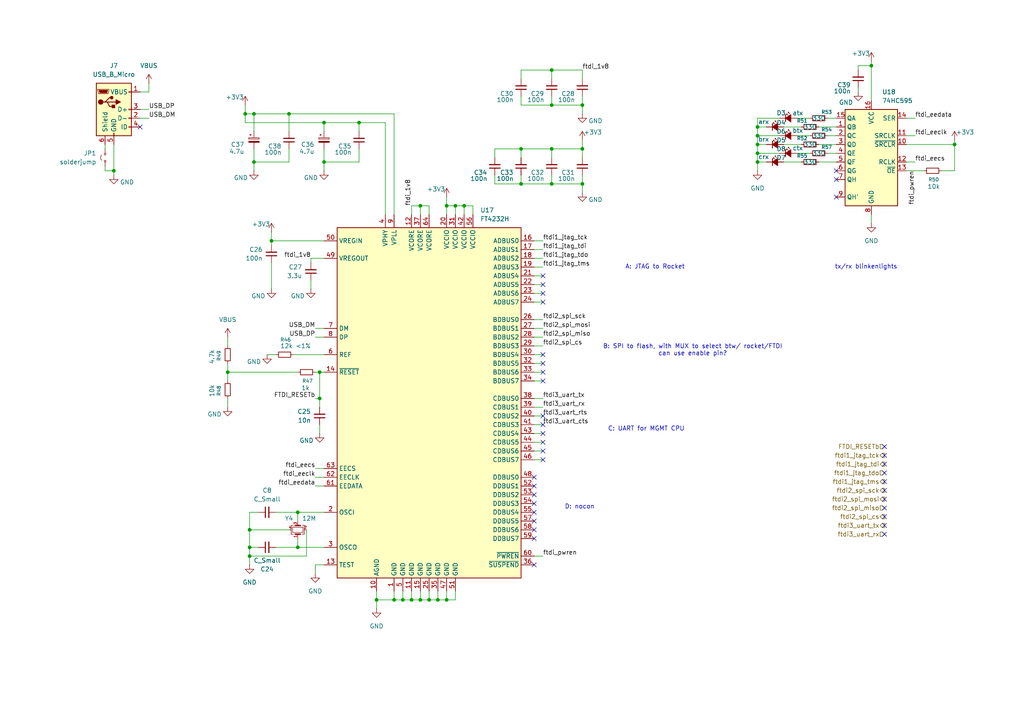
<source format=kicad_sch>
(kicad_sch (version 20250114) (generator "eeschema") (generator_version "9.0")
  (paper "A4")
  (lib_symbols
    (symbol "74xx:74HC595"
      (property "Reference" "U" (at -7.62 13.97 0))
      (property "Value" "74HC595" (at -7.62 -16.51 0))
      (symbol "74HC595_1_0"
        (pin input line (at -10.16 10.16 0) (length 2.54) (name "SER") (number "14"))
        (pin input line (at -10.16 5.08 0) (length 2.54) (name "SRCLK") (number "11"))
        (pin input line (at -10.16 2.54 0) (length 2.54) (name "~{SRCLR}") (number "10"))
        (pin input line (at -10.16 -2.54 0) (length 2.54) (name "RCLK") (number "12"))
        (pin input line (at -10.16 -5.08 0) (length 2.54) (name "~{OE}") (number "13"))
        (pin power_in line (at 0 15.24 270) (length 2.54) (name "VCC") (number "16"))
        (pin power_in line (at 0 -17.78 90) (length 2.54) (name "GND") (number "8"))
        (pin tri_state line (at 10.16 10.16 180) (length 2.54) (name "QA") (number "15"))
        (pin tri_state line (at 10.16 7.62 180) (length 2.54) (name "QB") (number "1"))
        (pin tri_state line (at 10.16 5.08 180) (length 2.54) (name "QC") (number "2"))
        (pin tri_state line (at 10.16 2.54 180) (length 2.54) (name "QD") (number "3"))
        (pin tri_state line (at 10.16 0 180) (length 2.54) (name "QE") (number "4"))
        (pin tri_state line (at 10.16 -2.54 180) (length 2.54) (name "QF") (number "5"))
        (pin tri_state line (at 10.16 -5.08 180) (length 2.54) (name "QG") (number "6"))
        (pin tri_state line (at 10.16 -7.62 180) (length 2.54) (name "QH") (number "7"))
        (pin output line (at 10.16 -12.7 180) (length 2.54) (name "QH'") (number "9"))
      )
      (symbol "74HC595_1_1"
        (rectangle (start -7.62 12.7) (end 7.62 -15.24) (stroke (width 0.254)) (fill (type background)))
      )
    )
    (symbol "Connector:USB_B_Micro" (pin_names (offset 1.016))
      (property "Reference" "J" (at -5.08 11.43 0))
      (property "Value" "USB_B_Micro" (at -5.08 8.89 0))
      (symbol "USB_B_Micro_0_1"
        (rectangle (start -5.08 -7.62) (end 5.08 7.62) (stroke (width 0.254)) (fill (type background)))
        (polyline (pts (xy -4.699 5.842) (xy -4.699 5.588) (xy -4.445 4.826) (xy -4.445 4.572) (xy -1.651 4.572) (xy -1.651 4.826) (xy -1.397 5.588) (xy -1.397 5.842) (xy -4.699 5.842)))
        (polyline (pts (xy -4.318 5.588) (xy -1.778 5.588) (xy -2.032 4.826) (xy -4.064 4.826) (xy -4.318 5.588)) (fill (type outline)))
        (circle (center -3.81 2.159) (radius 0.635) (stroke (width 0.254)) (fill (type outline)))
        (polyline (pts (xy -3.175 2.159) (xy -2.54 2.159) (xy -1.27 3.429) (xy -0.635 3.429)) (stroke (width 0.254)))
        (polyline (pts (xy -2.54 2.159) (xy -1.905 2.159) (xy -1.27 0.889) (xy 0 0.889)) (stroke (width 0.254)))
        (polyline (pts (xy -1.905 2.159) (xy 0.635 2.159)) (stroke (width 0.254)))
        (circle (center -0.635 3.429) (radius 0.381) (stroke (width 0.254)) (fill (type outline)))
        (rectangle (start -0.127 -7.62) (end 0.127 -6.858))
        (rectangle (start 0.254 1.27) (end -0.508 0.508) (stroke (width 0.254)) (fill (type outline)))
        (polyline (pts (xy 0.635 2.794) (xy 0.635 1.524) (xy 1.905 2.159) (xy 0.635 2.794)) (stroke (width 0.254)) (fill (type outline)))
        (rectangle (start 5.08 4.953) (end 4.318 5.207))
        (rectangle (start 5.08 -0.127) (end 4.318 0.127))
        (rectangle (start 5.08 -2.667) (end 4.318 -2.413))
        (rectangle (start 5.08 -5.207) (end 4.318 -4.953))
      )
      (symbol "USB_B_Micro_1_1"
        (pin passive line (at -2.54 -10.16 90) (length 2.54) (name "Shield") (number "6"))
        (pin power_out line (at 0 -10.16 90) (length 2.54) (name "GND") (number "5"))
        (pin power_out line (at 7.62 5.08 180) (length 2.54) (name "VBUS") (number "1"))
        (pin bidirectional line (at 7.62 0 180) (length 2.54) (name "D+") (number "3"))
        (pin bidirectional line (at 7.62 -2.54 180) (length 2.54) (name "D-") (number "2"))
        (pin passive line (at 7.62 -5.08 180) (length 2.54) (name "ID") (number "4"))
      )
    )
    (symbol "Device:C_Polarized_Small" (pin_numbers (hide yes)) (pin_names (offset 0.254) (hide yes))
      (property "Reference" "C" (at 0.254 1.778 0))
      (property "Value" "C_Polarized_Small" (at 0.254 -2.032 0))
      (symbol "C_Polarized_Small_0_1"
        (rectangle (start -1.524 0.6858) (end 1.524 0.3048))
        (rectangle (start -1.524 -0.3048) (end 1.524 -0.6858) (fill (type outline)))
        (polyline (pts (xy -1.27 1.524) (xy -0.762 1.524)))
        (polyline (pts (xy -1.016 1.27) (xy -1.016 1.778)))
      )
      (symbol "C_Polarized_Small_1_1"
        (pin passive line (at 0 2.54 270) (length 1.8542) (name "~") (number "1"))
        (pin passive line (at 0 -2.54 90) (length 1.8542) (name "~") (number "2"))
      )
    )
    (symbol "Device:C_Small" (pin_numbers (hide yes)) (pin_names (offset 0.254) (hide yes))
      (property "Reference" "C" (at 0.254 1.778 0))
      (property "Value" "C_Small" (at 0.254 -2.032 0))
      (symbol "C_Small_0_1"
        (polyline (pts (xy -1.524 0.508) (xy 1.524 0.508)) (stroke (width 0.3048)))
        (polyline (pts (xy -1.524 -0.508) (xy 1.524 -0.508)) (stroke (width 0.3302)))
      )
      (symbol "C_Small_1_1"
        (pin passive line (at 0 2.54 270) (length 2.032) (name "~") (number "1"))
        (pin passive line (at 0 -2.54 90) (length 2.032) (name "~") (number "2"))
      )
    )
    (symbol "Device:Crystal_GND24_Small" (pin_names (offset 1.016) (hide yes))
      (property "Reference" "Y" (at 1.27 4.445 0))
      (property "Value" "Crystal_GND24_Small" (at 1.27 2.54 0))
      (symbol "Crystal_GND24_Small_0_1"
        (polyline (pts (xy -1.27 1.27) (xy -1.27 1.905) (xy 1.27 1.905) (xy 1.27 1.27)))
        (polyline (pts (xy -1.27 -0.762) (xy -1.27 0.762)) (stroke (width 0.381)))
        (polyline (pts (xy -1.27 -1.27) (xy -1.27 -1.905) (xy 1.27 -1.905) (xy 1.27 -1.27)))
        (rectangle (start -0.762 -1.524) (end 0.762 1.524))
        (polyline (pts (xy 1.27 -0.762) (xy 1.27 0.762)) (stroke (width 0.381)))
      )
      (symbol "Crystal_GND24_Small_1_1"
        (pin passive line (at -2.54 0 0) (length 1.27) (name "1") (number "1"))
        (pin passive line (at 0 2.54 270) (length 0.635) (name "4") (number "4"))
        (pin passive line (at 0 -2.54 90) (length 0.635) (name "2") (number "2"))
        (pin passive line (at 2.54 0 180) (length 1.27) (name "3") (number "3"))
      )
    )
    (symbol "Device:LED_Small_Filled" (pin_numbers (hide yes)) (pin_names (offset 0.254) (hide yes))
      (property "Reference" "D" (at -1.27 3.175 0))
      (property "Value" "LED_Small_Filled" (at -4.445 -2.54 0))
      (symbol "LED_Small_Filled_0_1"
        (polyline (pts (xy -0.762 -1.016) (xy -0.762 1.016)) (stroke (width 0.254)))
        (polyline (pts (xy 0 0.762) (xy -0.508 1.27) (xy -0.254 1.27) (xy -0.508 1.27) (xy -0.508 1.016)))
        (polyline (pts (xy 0.508 1.27) (xy 0 1.778) (xy 0.254 1.778) (xy 0 1.778) (xy 0 1.524)))
        (polyline (pts (xy 0.762 -1.016) (xy -0.762 0) (xy 0.762 1.016) (xy 0.762 -1.016)) (stroke (width 0.254)) (fill (type outline)))
        (polyline (pts (xy 1.016 0) (xy -0.762 0)))
      )
      (symbol "LED_Small_Filled_1_1"
        (pin passive line (at -2.54 0 0) (length 1.778) (name "K") (number "1"))
        (pin passive line (at 2.54 0 180) (length 1.778) (name "A") (number "2"))
      )
    )
    (symbol "Device:R_Small" (pin_numbers (hide yes)) (pin_names (offset 0.254) (hide yes))
      (property "Reference" "R" (at 0 0 90))
      (property "Value" "R_Small" (at 1.778 0 90))
      (symbol "R_Small_0_1"
        (rectangle (start -0.762 1.778) (end 0.762 -1.778) (stroke (width 0.2032)))
      )
      (symbol "R_Small_1_1"
        (pin passive line (at 0 2.54 270) (length 0.762) (name "~") (number "1"))
        (pin passive line (at 0 -2.54 90) (length 0.762) (name "~") (number "2"))
      )
    )
    (symbol "Interface_USB:FT4232H"
      (property "Reference" "U" (at -26.67 53.34 0))
      (property "Value" "FT4232H" (at 19.05 53.34 0))
      (symbol "FT4232H_0_1"
        (rectangle (start -26.67 -49.53) (end 26.67 52.07) (stroke (width 0.254)) (fill (type background)))
      )
      (symbol "FT4232H_1_1"
        (pin power_in line (at -30.48 48.26 0) (length 3.81) (name "VREGIN") (number "50"))
        (pin power_out line (at -30.48 43.18 0) (length 3.81) (name "VREGOUT") (number "49"))
        (pin bidirectional line (at -30.48 22.86 0) (length 3.81) (name "DM") (number "7"))
        (pin bidirectional line (at -30.48 20.32 0) (length 3.81) (name "DP") (number "8"))
        (pin input line (at -30.48 15.24 0) (length 3.81) (name "REF") (number "6"))
        (pin input line (at -30.48 10.16 0) (length 3.81) (name "~{RESET}") (number "14"))
        (pin output line (at -30.48 -17.78 0) (length 3.81) (name "EECS") (number "63"))
        (pin output line (at -30.48 -20.32 0) (length 3.81) (name "EECLK") (number "62"))
        (pin bidirectional line (at -30.48 -22.86 0) (length 3.81) (name "EEDATA") (number "61"))
        (pin input line (at -30.48 -30.48 0) (length 3.81) (name "OSCI") (number "2"))
        (pin output line (at -30.48 -40.64 0) (length 3.81) (name "OSCO") (number "3"))
        (pin input line (at -30.48 -45.72 0) (length 3.81) (name "TEST") (number "13"))
        (pin power_in line (at -15.24 -53.34 90) (length 3.81) (name "AGND") (number "10"))
        (pin power_in line (at -12.7 55.88 270) (length 3.81) (name "VPHY") (number "4"))
        (pin power_in line (at -10.16 55.88 270) (length 3.81) (name "VPLL") (number "9"))
        (pin power_in line (at -10.16 -53.34 90) (length 3.81) (name "GND") (number "1"))
        (pin power_in line (at -7.62 -53.34 90) (length 3.81) (name "GND") (number "5"))
        (pin power_in line (at -5.08 55.88 270) (length 3.81) (name "VCORE") (number "12"))
        (pin power_in line (at -5.08 -53.34 90) (length 3.81) (name "GND") (number "11"))
        (pin power_in line (at -2.54 55.88 270) (length 3.81) (name "VCORE") (number "37"))
        (pin power_in line (at -2.54 -53.34 90) (length 3.81) (name "GND") (number "15"))
        (pin power_in line (at 0 55.88 270) (length 3.81) (name "VCORE") (number "64"))
        (pin power_in line (at 0 -53.34 90) (length 3.81) (name "GND") (number "25"))
        (pin power_in line (at 2.54 -53.34 90) (length 3.81) (name "GND") (number "35"))
        (pin power_in line (at 5.08 55.88 270) (length 3.81) (name "VCCIO") (number "20"))
        (pin power_in line (at 5.08 -53.34 90) (length 3.81) (name "GND") (number "47"))
        (pin power_in line (at 7.62 55.88 270) (length 3.81) (name "VCCIO") (number "31"))
        (pin power_in line (at 7.62 -53.34 90) (length 3.81) (name "GND") (number "51"))
        (pin power_in line (at 10.16 55.88 270) (length 3.81) (name "VCCIO") (number "42"))
        (pin power_in line (at 12.7 55.88 270) (length 3.81) (name "VCCIO") (number "56"))
        (pin bidirectional line (at 30.48 48.26 180) (length 3.81) (name "ADBUS0") (number "16"))
        (pin bidirectional line (at 30.48 45.72 180) (length 3.81) (name "ADBUS1") (number "17"))
        (pin bidirectional line (at 30.48 43.18 180) (length 3.81) (name "ADBUS2") (number "18"))
        (pin bidirectional line (at 30.48 40.64 180) (length 3.81) (name "ADBUS3") (number "19"))
        (pin bidirectional line (at 30.48 38.1 180) (length 3.81) (name "ADBUS4") (number "21"))
        (pin bidirectional line (at 30.48 35.56 180) (length 3.81) (name "ADBUS5") (number "22"))
        (pin bidirectional line (at 30.48 33.02 180) (length 3.81) (name "ADBUS6") (number "23"))
        (pin bidirectional line (at 30.48 30.48 180) (length 3.81) (name "ADBUS7") (number "24"))
        (pin bidirectional line (at 30.48 25.4 180) (length 3.81) (name "BDBUS0") (number "26"))
        (pin bidirectional line (at 30.48 22.86 180) (length 3.81) (name "BDBUS1") (number "27"))
        (pin bidirectional line (at 30.48 20.32 180) (length 3.81) (name "BDBUS2") (number "28"))
        (pin bidirectional line (at 30.48 17.78 180) (length 3.81) (name "BDBUS3") (number "29"))
        (pin bidirectional line (at 30.48 15.24 180) (length 3.81) (name "BDBUS4") (number "30"))
        (pin bidirectional line (at 30.48 12.7 180) (length 3.81) (name "BDBUS5") (number "32"))
        (pin bidirectional line (at 30.48 10.16 180) (length 3.81) (name "BDBUS6") (number "33"))
        (pin bidirectional line (at 30.48 7.62 180) (length 3.81) (name "BDBUS7") (number "34"))
        (pin bidirectional line (at 30.48 2.54 180) (length 3.81) (name "CDBUS0") (number "38"))
        (pin bidirectional line (at 30.48 0 180) (length 3.81) (name "CDBUS1") (number "39"))
        (pin bidirectional line (at 30.48 -2.54 180) (length 3.81) (name "CDBUS2") (number "40"))
        (pin bidirectional line (at 30.48 -5.08 180) (length 3.81) (name "CDBUS3") (number "41"))
        (pin bidirectional line (at 30.48 -7.62 180) (length 3.81) (name "CDBUS4") (number "43"))
        (pin bidirectional line (at 30.48 -10.16 180) (length 3.81) (name "CDBUS5") (number "44"))
        (pin bidirectional line (at 30.48 -12.7 180) (length 3.81) (name "CDBUS6") (number "45"))
        (pin bidirectional line (at 30.48 -15.24 180) (length 3.81) (name "CDBUS7") (number "46"))
        (pin bidirectional line (at 30.48 -20.32 180) (length 3.81) (name "DDBUS0") (number "48"))
        (pin bidirectional line (at 30.48 -22.86 180) (length 3.81) (name "DDBUS1") (number "52"))
        (pin bidirectional line (at 30.48 -25.4 180) (length 3.81) (name "DDBUS2") (number "53"))
        (pin bidirectional line (at 30.48 -27.94 180) (length 3.81) (name "DDBUS3") (number "54"))
        (pin bidirectional line (at 30.48 -30.48 180) (length 3.81) (name "DDBUS4") (number "55"))
        (pin bidirectional line (at 30.48 -33.02 180) (length 3.81) (name "DDBUS5") (number "57"))
        (pin bidirectional line (at 30.48 -35.56 180) (length 3.81) (name "DDBUS6") (number "58"))
        (pin bidirectional line (at 30.48 -38.1 180) (length 3.81) (name "DDBUS7") (number "59"))
        (pin output line (at 30.48 -43.18 180) (length 3.81) (name "~{PWREN}") (number "60"))
        (pin output line (at 30.48 -45.72 180) (length 3.81) (name "~{SUSPEND}") (number "36"))
      )
    )
    (symbol "Jumper:Jumper_2_Small_Open" (pin_numbers (hide yes)) (pin_names (offset 0) (hide yes))
      (property "Reference" "JP" (at 0 2.794 0))
      (property "Value" "Jumper_2_Small_Open" (at 0 -2.286 0))
      (symbol "Jumper_2_Small_Open_0_0"
        (circle (center -1.016 0) (radius 0.254))
        (circle (center 1.016 0) (radius 0.254))
      )
      (symbol "Jumper_2_Small_Open_0_1"
        (arc (start -0.762 1.0196) (mid 0 1.2729) (end 0.762 1.0196))
      )
      (symbol "Jumper_2_Small_Open_1_1"
        (pin passive line (at -2.54 0 0) (length 1.27) (name "A") (number "1"))
        (pin passive line (at 2.54 0 180) (length 1.27) (name "B") (number "2"))
      )
    )
    (symbol "power:+3V3" (power) (pin_numbers (hide yes)) (pin_names (offset 0) (hide yes))
      (property "Value" "+3V3" (at 0 3.556 0))
      (symbol "+3V3_0_1"
        (polyline (pts (xy -0.762 1.27) (xy 0 2.54)))
        (polyline (pts (xy 0 2.54) (xy 0.762 1.27)))
        (polyline (pts (xy 0 0) (xy 0 2.54)))
      )
      (symbol "+3V3_1_1"
        (pin power_in line (at 0 0 90) (length 0) (name "~") (number "1"))
      )
    )
    (symbol "power:GND" (power) (pin_numbers (hide yes)) (pin_names (offset 0) (hide yes))
      (property "Value" "GND" (at 0 -3.81 0))
      (symbol "GND_0_1"
        (polyline (pts (xy 0 0) (xy 0 -1.27) (xy 1.27 -1.27) (xy 0 -2.54) (xy -1.27 -1.27) (xy 0 -1.27)))
      )
      (symbol "GND_1_1"
        (pin power_in line (at 0 0 270) (length 0) (name "~") (number "1"))
      )
    )
    (symbol "power:VBUS" (power) (pin_numbers (hide yes)) (pin_names (offset 0) (hide yes))
      (property "Value" "VBUS" (at 0 3.556 0))
      (symbol "VBUS_0_1"
        (polyline (pts (xy -0.762 1.27) (xy 0 2.54)))
        (polyline (pts (xy 0 2.54) (xy 0.762 1.27)))
        (polyline (pts (xy 0 0) (xy 0 2.54)))
      )
      (symbol "VBUS_1_1"
        (pin power_in line (at 0 0 90) (length 0) (name "~") (number "1"))
      )
    )
  )
  (text "D: nocon" (at 168.148 147.066 0) (effects (font (size 1.27 1.27))))
  (text "B: SPI to flash, with MUX to select btw/ rocket/FTDI\ncan use enable pin?" (at 200.914 101.6 0) (effects (font (size 1.27 1.27))))
  (text "A: JTAG to Rocket" (at 189.992 77.47 0) (effects (font (size 1.27 1.27))))
  (text "tx/rx blinkenlights" (at 251.206 77.47 0) (effects (font (size 1.27 1.27))))
  (text "C: UART for MGMT CPU" (at 187.452 124.46 0) (effects (font (size 1.27 1.27))))
  (junction (at 168.91 53.34))
  (junction (at 160.02 20.32))
  (junction (at 72.39 158.75))
  (junction (at 134.62 59.69))
  (junction (at 119.38 173.99))
  (junction (at 33.02 49.53))
  (junction (at 104.14 35.56))
  (junction (at 114.3 173.99))
  (junction (at 168.91 30.48))
  (junction (at 252.73 19.05))
  (junction (at 151.13 53.34))
  (junction (at 129.54 59.69))
  (junction (at 73.66 33.02))
  (junction (at 72.39 153.67))
  (junction (at 124.46 173.99))
  (junction (at 78.74 69.85))
  (junction (at 276.86 41.91))
  (junction (at 109.22 173.99))
  (junction (at 160.02 53.34))
  (junction (at 219.71 39.37))
  (junction (at 92.71 107.95))
  (junction (at 71.12 33.02))
  (junction (at 219.71 44.45))
  (junction (at 219.71 41.91))
  (junction (at 160.02 43.18))
  (junction (at 116.84 173.99))
  (junction (at 92.71 115.57))
  (junction (at 129.54 173.99))
  (junction (at 151.13 43.18))
  (junction (at 121.92 173.99))
  (junction (at 93.98 46.99))
  (junction (at 66.04 107.95))
  (junction (at 132.08 59.69))
  (junction (at 86.36 158.75))
  (junction (at 127 173.99))
  (junction (at 73.66 46.99))
  (junction (at 86.36 148.59))
  (junction (at 219.71 36.83))
  (junction (at 168.91 43.18))
  (junction (at 219.71 46.99))
  (junction (at 83.82 33.02))
  (junction (at 160.02 30.48))
  (junction (at 93.98 35.56))
  (junction (at 121.92 59.69))
  (junction (at 72.39 161.29))
  (no_connect (at 157.48 130.81))
  (no_connect (at 154.94 138.43))
  (no_connect (at 157.48 105.41))
  (no_connect (at 157.48 123.19))
  (no_connect (at 157.48 80.01))
  (no_connect (at 154.94 163.83))
  (no_connect (at 154.94 156.21))
  (no_connect (at 256.54 132.08))
  (no_connect (at 256.54 147.32))
  (no_connect (at 256.54 149.86))
  (no_connect (at 154.94 143.51))
  (no_connect (at 256.54 137.16))
  (no_connect (at 157.48 87.63))
  (no_connect (at 157.48 125.73))
  (no_connect (at 256.54 144.78))
  (no_connect (at 157.48 82.55))
  (no_connect (at 154.94 146.05))
  (no_connect (at 154.94 153.67))
  (no_connect (at 242.57 57.15))
  (no_connect (at 157.48 128.27))
  (no_connect (at 157.48 107.95))
  (no_connect (at 256.54 139.7))
  (no_connect (at 157.48 110.49))
  (no_connect (at 256.54 154.94))
  (no_connect (at 242.57 49.53))
  (no_connect (at 157.48 120.65))
  (no_connect (at 157.48 133.35))
  (no_connect (at 157.48 102.87))
  (no_connect (at 40.64 36.83))
  (no_connect (at 154.94 151.13))
  (no_connect (at 256.54 129.54))
  (no_connect (at 256.54 152.4))
  (no_connect (at 154.94 140.97))
  (no_connect (at 154.94 148.59))
  (no_connect (at 256.54 142.24))
  (no_connect (at 256.54 134.62))
  (no_connect (at 242.57 52.07))
  (no_connect (at 157.48 85.09))
  (wire (pts (xy 119.38 62.23) (xy 119.38 59.69)))
  (wire (pts (xy 91.44 163.83) (xy 91.44 166.37)))
  (wire (pts (xy 91.44 115.57) (xy 92.71 115.57)))
  (wire (pts (xy 143.51 53.34) (xy 143.51 50.8)))
  (wire (pts (xy 93.98 35.56) (xy 104.14 35.56)))
  (wire (pts (xy 151.13 50.8) (xy 151.13 53.34)))
  (wire (pts (xy 219.71 39.37) (xy 219.71 41.91)))
  (wire (pts (xy 74.93 148.59) (xy 72.39 148.59)))
  (wire (pts (xy 104.14 35.56) (xy 104.14 38.1)))
  (wire (pts (xy 129.54 173.99) (xy 127 173.99)))
  (wire (pts (xy 154.94 92.71) (xy 157.48 92.71)))
  (wire (pts (xy 93.98 163.83) (xy 91.44 163.83)))
  (wire (pts (xy 80.01 102.87) (xy 77.47 102.87)))
  (wire (pts (xy 88.9 161.29) (xy 72.39 161.29)))
  (wire (pts (xy 72.39 158.75) (xy 74.93 158.75)))
  (wire (pts (xy 93.98 35.56) (xy 93.98 38.1)))
  (wire (pts (xy 154.94 85.09) (xy 157.48 85.09)))
  (wire (pts (xy 72.39 148.59) (xy 72.39 153.67)))
  (wire (pts (xy 72.39 161.29) (xy 72.39 158.75)))
  (wire (pts (xy 237.49 46.99) (xy 242.57 46.99)))
  (wire (pts (xy 73.66 33.02) (xy 73.66 38.1)))
  (wire (pts (xy 262.89 41.91) (xy 276.86 41.91)))
  (wire (pts (xy 232.41 36.83) (xy 227.33 36.83)))
  (wire (pts (xy 88.9 153.67) (xy 88.9 161.29)))
  (wire (pts (xy 40.64 34.29) (xy 43.18 34.29)))
  (wire (pts (xy 80.01 148.59) (xy 86.36 148.59)))
  (wire (pts (xy 234.95 39.37) (xy 231.14 39.37)))
  (wire (pts (xy 72.39 153.67) (xy 83.82 153.67)))
  (wire (pts (xy 154.94 161.29) (xy 157.48 161.29)))
  (wire (pts (xy 66.04 115.57) (xy 66.04 118.11)))
  (wire (pts (xy 129.54 171.45) (xy 129.54 173.99)))
  (wire (pts (xy 273.05 49.53) (xy 276.86 49.53)))
  (wire (pts (xy 124.46 173.99) (xy 121.92 173.99)))
  (wire (pts (xy 160.02 43.18) (xy 151.13 43.18)))
  (wire (pts (xy 240.03 39.37) (xy 242.57 39.37)))
  (wire (pts (xy 72.39 153.67) (xy 72.39 158.75)))
  (wire (pts (xy 219.71 44.45) (xy 219.71 46.99)))
  (wire (pts (xy 93.98 46.99) (xy 104.14 46.99)))
  (wire (pts (xy 154.94 115.57) (xy 157.48 115.57)))
  (wire (pts (xy 151.13 43.18) (xy 151.13 45.72)))
  (wire (pts (xy 119.38 171.45) (xy 119.38 173.99)))
  (wire (pts (xy 92.71 123.19) (xy 92.71 125.73)))
  (wire (pts (xy 160.02 43.18) (xy 160.02 45.72)))
  (wire (pts (xy 132.08 59.69) (xy 134.62 59.69)))
  (wire (pts (xy 40.64 26.67) (xy 43.18 26.67)))
  (wire (pts (xy 132.08 171.45) (xy 132.08 173.99)))
  (wire (pts (xy 91.44 107.95) (xy 92.71 107.95)))
  (wire (pts (xy 154.94 133.35) (xy 157.48 133.35)))
  (wire (pts (xy 276.86 40.64) (xy 276.86 41.91)))
  (wire (pts (xy 71.12 30.48) (xy 71.12 33.02)))
  (wire (pts (xy 154.94 110.49) (xy 157.48 110.49)))
  (wire (pts (xy 78.74 71.12) (xy 78.74 69.85)))
  (wire (pts (xy 114.3 171.45) (xy 114.3 173.99)))
  (wire (pts (xy 83.82 33.02) (xy 83.82 38.1)))
  (wire (pts (xy 151.13 43.18) (xy 143.51 43.18)))
  (wire (pts (xy 91.44 138.43) (xy 93.98 138.43)))
  (wire (pts (xy 168.91 53.34) (xy 168.91 55.88)))
  (wire (pts (xy 154.94 95.25) (xy 157.48 95.25)))
  (wire (pts (xy 80.01 158.75) (xy 86.36 158.75)))
  (wire (pts (xy 262.89 34.29) (xy 265.43 34.29)))
  (wire (pts (xy 154.94 118.11) (xy 157.48 118.11)))
  (wire (pts (xy 222.25 41.91) (xy 219.71 41.91)))
  (wire (pts (xy 40.64 31.75) (xy 43.18 31.75)))
  (wire (pts (xy 66.04 107.95) (xy 66.04 110.49)))
  (wire (pts (xy 104.14 46.99) (xy 104.14 43.18)))
  (wire (pts (xy 154.94 87.63) (xy 157.48 87.63)))
  (wire (pts (xy 78.74 69.85) (xy 78.74 67.31)))
  (wire (pts (xy 119.38 59.69) (xy 121.92 59.69)))
  (wire (pts (xy 33.02 49.53) (xy 33.02 50.8)))
  (wire (pts (xy 90.17 74.93) (xy 93.98 74.93)))
  (wire (pts (xy 121.92 59.69) (xy 121.92 62.23)))
  (wire (pts (xy 109.22 173.99) (xy 109.22 176.53)))
  (wire (pts (xy 168.91 40.64) (xy 168.91 43.18)))
  (wire (pts (xy 90.17 76.2) (xy 90.17 74.93)))
  (wire (pts (xy 154.94 72.39) (xy 157.48 72.39)))
  (wire (pts (xy 93.98 43.18) (xy 93.98 46.99)))
  (wire (pts (xy 73.66 46.99) (xy 83.82 46.99)))
  (wire (pts (xy 116.84 171.45) (xy 116.84 173.99)))
  (wire (pts (xy 78.74 69.85) (xy 93.98 69.85)))
  (wire (pts (xy 114.3 173.99) (xy 109.22 173.99)))
  (wire (pts (xy 124.46 59.69) (xy 124.46 62.23)))
  (wire (pts (xy 30.48 41.91) (xy 30.48 43.18)))
  (wire (pts (xy 30.48 48.26) (xy 30.48 49.53)))
  (wire (pts (xy 154.94 105.41) (xy 157.48 105.41)))
  (wire (pts (xy 86.36 156.21) (xy 86.36 158.75)))
  (wire (pts (xy 92.71 115.57) (xy 92.71 118.11)))
  (wire (pts (xy 86.36 151.13) (xy 86.36 148.59)))
  (wire (pts (xy 121.92 59.69) (xy 124.46 59.69)))
  (wire (pts (xy 219.71 34.29) (xy 219.71 36.83)))
  (wire (pts (xy 151.13 30.48) (xy 160.02 30.48)))
  (wire (pts (xy 121.92 171.45) (xy 121.92 173.99)))
  (wire (pts (xy 104.14 35.56) (xy 111.76 35.56)))
  (wire (pts (xy 160.02 20.32) (xy 160.02 22.86)))
  (wire (pts (xy 66.04 105.41) (xy 66.04 107.95)))
  (wire (pts (xy 132.08 59.69) (xy 132.08 62.23)))
  (wire (pts (xy 30.48 49.53) (xy 33.02 49.53)))
  (wire (pts (xy 226.06 39.37) (xy 219.71 39.37)))
  (wire (pts (xy 237.49 36.83) (xy 242.57 36.83)))
  (wire (pts (xy 33.02 41.91) (xy 33.02 49.53)))
  (wire (pts (xy 83.82 33.02) (xy 73.66 33.02)))
  (wire (pts (xy 151.13 53.34) (xy 143.51 53.34)))
  (wire (pts (xy 83.82 46.99) (xy 83.82 43.18)))
  (wire (pts (xy 73.66 33.02) (xy 71.12 33.02)))
  (wire (pts (xy 119.38 173.99) (xy 116.84 173.99)))
  (wire (pts (xy 91.44 135.89) (xy 93.98 135.89)))
  (wire (pts (xy 237.49 41.91) (xy 242.57 41.91)))
  (wire (pts (xy 66.04 107.95) (xy 86.36 107.95)))
  (wire (pts (xy 160.02 50.8) (xy 160.02 53.34)))
  (wire (pts (xy 129.54 57.15) (xy 129.54 59.69)))
  (wire (pts (xy 92.71 107.95) (xy 92.71 115.57)))
  (wire (pts (xy 93.98 46.99) (xy 93.98 49.53)))
  (wire (pts (xy 219.71 41.91) (xy 219.71 44.45)))
  (wire (pts (xy 234.95 34.29) (xy 231.14 34.29)))
  (wire (pts (xy 262.89 39.37) (xy 265.43 39.37)))
  (wire (pts (xy 73.66 43.18) (xy 73.66 46.99)))
  (wire (pts (xy 219.71 46.99) (xy 222.25 46.99)))
  (wire (pts (xy 91.44 140.97) (xy 93.98 140.97)))
  (wire (pts (xy 168.91 45.72) (xy 168.91 43.18)))
  (wire (pts (xy 222.25 36.83) (xy 219.71 36.83)))
  (wire (pts (xy 240.03 44.45) (xy 242.57 44.45)))
  (wire (pts (xy 154.94 82.55) (xy 157.48 82.55)))
  (wire (pts (xy 134.62 59.69) (xy 137.16 59.69)))
  (wire (pts (xy 262.89 46.99) (xy 265.43 46.99)))
  (wire (pts (xy 111.76 62.23) (xy 111.76 35.56)))
  (wire (pts (xy 134.62 59.69) (xy 134.62 62.23)))
  (wire (pts (xy 154.94 107.95) (xy 157.48 107.95)))
  (wire (pts (xy 160.02 30.48) (xy 168.91 30.48)))
  (wire (pts (xy 124.46 171.45) (xy 124.46 173.99)))
  (wire (pts (xy 252.73 19.05) (xy 252.73 29.21)))
  (wire (pts (xy 43.18 24.13) (xy 43.18 26.67)))
  (wire (pts (xy 114.3 62.23) (xy 114.3 33.02)))
  (wire (pts (xy 154.94 69.85) (xy 157.48 69.85)))
  (wire (pts (xy 168.91 50.8) (xy 168.91 53.34)))
  (wire (pts (xy 160.02 27.94) (xy 160.02 30.48)))
  (wire (pts (xy 129.54 59.69) (xy 132.08 59.69)))
  (wire (pts (xy 154.94 128.27) (xy 157.48 128.27)))
  (wire (pts (xy 90.17 81.28) (xy 90.17 83.82)))
  (wire (pts (xy 86.36 158.75) (xy 93.98 158.75)))
  (wire (pts (xy 154.94 97.79) (xy 157.48 97.79)))
  (wire (pts (xy 168.91 20.32) (xy 160.02 20.32)))
  (wire (pts (xy 73.66 46.99) (xy 73.66 49.53)))
  (wire (pts (xy 227.33 46.99) (xy 232.41 46.99)))
  (wire (pts (xy 240.03 34.29) (xy 242.57 34.29)))
  (wire (pts (xy 66.04 97.79) (xy 66.04 100.33)))
  (wire (pts (xy 154.94 77.47) (xy 157.48 77.47)))
  (wire (pts (xy 160.02 20.32) (xy 151.13 20.32)))
  (wire (pts (xy 160.02 53.34) (xy 151.13 53.34)))
  (wire (pts (xy 121.92 173.99) (xy 119.38 173.99)))
  (wire (pts (xy 248.92 19.05) (xy 252.73 19.05)))
  (wire (pts (xy 168.91 30.48) (xy 168.91 33.02)))
  (wire (pts (xy 91.44 95.25) (xy 93.98 95.25)))
  (wire (pts (xy 154.94 74.93) (xy 157.48 74.93)))
  (wire (pts (xy 127 173.99) (xy 124.46 173.99)))
  (wire (pts (xy 109.22 171.45) (xy 109.22 173.99)))
  (wire (pts (xy 276.86 41.91) (xy 276.86 49.53)))
  (wire (pts (xy 92.71 107.95) (xy 93.98 107.95)))
  (wire (pts (xy 71.12 33.02) (xy 71.12 35.56)))
  (wire (pts (xy 154.94 80.01) (xy 157.48 80.01)))
  (wire (pts (xy 143.51 43.18) (xy 143.51 45.72)))
  (wire (pts (xy 154.94 123.19) (xy 157.48 123.19)))
  (wire (pts (xy 168.91 53.34) (xy 160.02 53.34)))
  (wire (pts (xy 168.91 43.18) (xy 160.02 43.18)))
  (wire (pts (xy 231.14 44.45) (xy 234.95 44.45)))
  (wire (pts (xy 219.71 44.45) (xy 226.06 44.45)))
  (wire (pts (xy 168.91 22.86) (xy 168.91 20.32)))
  (wire (pts (xy 154.94 120.65) (xy 157.48 120.65)))
  (wire (pts (xy 137.16 59.69) (xy 137.16 62.23)))
  (wire (pts (xy 129.54 62.23) (xy 129.54 59.69)))
  (wire (pts (xy 154.94 102.87) (xy 157.48 102.87)))
  (wire (pts (xy 252.73 17.78) (xy 252.73 19.05)))
  (wire (pts (xy 262.89 49.53) (xy 267.97 49.53)))
  (wire (pts (xy 252.73 62.23) (xy 252.73 64.77)))
  (wire (pts (xy 127 171.45) (xy 127 173.99)))
  (wire (pts (xy 154.94 130.81) (xy 157.48 130.81)))
  (wire (pts (xy 219.71 36.83) (xy 219.71 39.37)))
  (wire (pts (xy 72.39 161.29) (xy 72.39 163.83)))
  (wire (pts (xy 232.41 41.91) (xy 227.33 41.91)))
  (wire (pts (xy 168.91 27.94) (xy 168.91 30.48)))
  (wire (pts (xy 85.09 102.87) (xy 93.98 102.87)))
  (wire (pts (xy 86.36 148.59) (xy 93.98 148.59)))
  (wire (pts (xy 154.94 125.73) (xy 157.48 125.73)))
  (wire (pts (xy 91.44 97.79) (xy 93.98 97.79)))
  (wire (pts (xy 154.94 100.33) (xy 157.48 100.33)))
  (wire (pts (xy 116.84 173.99) (xy 114.3 173.99)))
  (wire (pts (xy 71.12 35.56) (xy 93.98 35.56)))
  (wire (pts (xy 248.92 25.4) (xy 248.92 26.67)))
  (wire (pts (xy 219.71 46.99) (xy 219.71 49.53)))
  (wire (pts (xy 151.13 20.32) (xy 151.13 22.86)))
  (wire (pts (xy 132.08 173.99) (xy 129.54 173.99)))
  (wire (pts (xy 248.92 19.05) (xy 248.92 20.32)))
  (wire (pts (xy 78.74 76.2) (xy 78.74 83.82)))
  (wire (pts (xy 151.13 27.94) (xy 151.13 30.48)))
  (wire (pts (xy 114.3 33.02) (xy 83.82 33.02)))
  (wire (pts (xy 226.06 34.29) (xy 219.71 34.29)))
  (label "ftdi2_spi_mosi" (at 157.48 95.25 0))
  (label "ftdi3_uart_tx" (at 157.48 115.57 0))
  (label "ftdi_eeclk" (at 91.44 138.43 180))
  (label "ftdi_eedata" (at 91.44 140.97 180))
  (label "ftdi_eecs" (at 91.44 135.89 180))
  (label "ftdi2_spi_sck" (at 157.48 92.71 0))
  (label "USB_DP" (at 43.18 31.75 0))
  (label "USB_DM" (at 91.44 95.25 180))
  (label "ftdi3_uart_rx" (at 157.48 118.11 0))
  (label "ftdi_eedata" (at 265.43 34.29 0))
  (label "ftdi_eeclk" (at 265.43 39.37 0))
  (label "ftdi_eecs" (at 265.43 46.99 0))
  (label "ftdi1_jtag_tdi" (at 157.48 72.39 0))
  (label "ftdi1_jtag_tms" (at 157.48 77.47 0))
  (label "ftdi_pwren" (at 265.43 49.53 270))
  (label "USB_DP" (at 91.44 97.79 180))
  (label "ftdi2_spi_cs" (at 157.48 100.33 0))
  (label "ftdi3_uart_cts" (at 157.48 123.19 0))
  (label "USB_DM" (at 43.18 34.29 0))
  (label "ftdi_1v8" (at 119.38 59.69 90))
  (label "FTDI_RESETb" (at 91.44 115.57 180))
  (label "ftdi_1v8" (at 90.17 74.93 180))
  (label "ftdi_1v8" (at 168.91 20.32 0))
  (label "ftdi1_jtag_tdo" (at 157.48 74.93 0))
  (label "ftdi1_jtag_tck" (at 157.48 69.85 0))
  (label "ftdi3_uart_rts" (at 157.48 120.65 0))
  (label "ftdi_pwren" (at 157.48 161.29 0))
  (label "ftdi2_spi_miso" (at 157.48 97.79 0))
  (hierarchical_label "FTDI_RESETb" (shape input) (at 256.54 129.54 180))
  (hierarchical_label "ftdi1_jtag_tck" (shape output) (at 256.54 132.08 180))
  (hierarchical_label "ftdi1_jtag_tdo" (shape input) (at 256.54 137.16 180))
  (hierarchical_label "ftdi2_spi_cs" (shape output) (at 256.54 149.86 180))
  (hierarchical_label "ftdi3_uart_tx" (shape output) (at 256.54 152.4 180))
  (hierarchical_label "ftdi2_spi_sck" (shape output) (at 256.54 142.24 180))
  (hierarchical_label "ftdi2_spi_miso" (shape input) (at 256.54 147.32 180))
  (hierarchical_label "ftdi1_jtag_tms" (shape output) (at 256.54 139.7 180))
  (hierarchical_label "ftdi2_spi_mosi" (shape output) (at 256.54 144.78 180))
  (hierarchical_label "ftdi3_uart_rx" (shape input) (at 256.54 154.94 180))
  (hierarchical_label "ftdi1_jtag_tdi" (shape output) (at 256.54 134.62 180))
  (symbol (lib_id "Device:C_Small") (at 151.13 48.26 180) (unit 1)
    (property "Reference" "C33" (at 145.034 50.038 0) (effects (justify right)))
    (property "Value" "100n" (at 144.018 51.816 0) (effects (justify right)))
    (property "Description" "Unpolarized capacitor, small symbol" (effects (hide yes)))
  )
  (symbol (lib_id "power:GND") (at 168.91 33.02 0) (mirror y) (unit 1)
    (property "Reference" "#PWR0140" (effects (hide yes)))
    (property "Value" "GND" (at 172.72 35.052 0))
    (property "Description" "Power symbol creates a global label with name \"GND\" , ground" (effects (hide yes)))
  )
  (symbol (lib_id "power:+3V3") (at 71.12 30.48 0) (mirror y) (unit 1)
    (property "Reference" "#PWR0155" (effects (hide yes)))
    (property "Value" "+3V3" (at 68.072 28.194 0))
    (property "Description" "Power symbol creates a global label with name \"+3V3\"" (effects (hide yes)))
  )
  (symbol (lib_id "power:VBUS") (at 43.18 24.13 0) (unit 1)
    (property "Reference" "#PWR0135" (effects (hide yes)))
    (property "Value" "VBUS" (at 43.18 19.05 0))
    (property "Description" "Power symbol creates a global label with name \"VBUS\"" (effects (hide yes)))
  )
  (symbol (lib_id "Device:LED_Small_Filled") (at 224.79 36.83 0) (unit 1)
    (property "Reference" "D4" (at 226.568 35.56 0))
    (property "Value" "arx" (at 221.488 35.306 0))
    (property "Description" "Light emitting diode, small symbol, filled shape" (effects (hide yes)))
    (property "Sim.Pins" "1=K 2=A" (effects (hide yes)))
  )
  (symbol (lib_id "Device:LED_Small_Filled") (at 228.6 34.29 0) (unit 1)
    (property "Reference" "D3" (at 226.568 32.766 0))
    (property "Value" "atx" (at 231.394 32.766 0))
    (property "Description" "Light emitting diode, small symbol, filled shape" (effects (hide yes)))
    (property "Sim.Pins" "1=K 2=A" (effects (hide yes)))
  )
  (symbol (lib_id "Device:LED_Small_Filled") (at 228.6 39.37 0) (unit 1)
    (property "Reference" "D6" (at 226.568 38.1 0))
    (property "Value" "btx" (at 231.394 37.846 0))
    (property "Description" "Light emitting diode, small symbol, filled shape" (effects (hide yes)))
    (property "Sim.Pins" "1=K 2=A" (effects (hide yes)))
  )
  (symbol (lib_id "Device:C_Small") (at 77.47 148.59 90) (unit 1)
    (property "Reference" "C8" (at 77.4763 142.24 90))
    (property "Value" "C_Small" (at 77.4763 144.78 90))
    (property "Description" "Unpolarized capacitor, small symbol" (effects (hide yes)))
  )
  (symbol (lib_id "Jumper:Jumper_2_Small_Open") (at 30.48 45.72 90) (unit 1)
    (property "Reference" "JP1" (at 27.94 44.4499 90) (effects (justify left)))
    (property "Value" "solderjump" (at 27.94 46.9899 90) (effects (justify left)))
    (property "Description" "Jumper, 2-pole, small symbol, open" (effects (hide yes)))
  )
  (symbol (lib_id "Device:C_Small") (at 151.13 25.4 180) (unit 1)
    (property "Reference" "C30" (at 145.034 27.178 0) (effects (justify right)))
    (property "Value" "100n" (at 144.018 28.956 0) (effects (justify right)))
    (property "Description" "Unpolarized capacitor, small symbol" (effects (hide yes)))
  )
  (symbol (lib_id "power:GND") (at 77.47 102.87 0) (unit 1)
    (property "Reference" "#PWR040" (effects (hide yes)))
    (property "Value" "GND" (at 73.66 104.902 0))
    (property "Description" "Power symbol creates a global label with name \"GND\" , ground" (effects (hide yes)))
  )
  (symbol (lib_id "Device:R_Small") (at 88.9 107.95 90) (unit 1)
    (property "Reference" "R47" (at 87.6299 110.49 90) (effects (font (size 1.016 1.016)) (justify right)))
    (property "Value" "1k" (at 87.376 112.522 90) (effects (justify right)))
    (property "Description" "Resistor, small symbol" (effects (hide yes)))
  )
  (symbol (lib_id "power:+3V3") (at 276.86 40.64 0) (unit 1)
    (property "Reference" "#PWR0160" (effects (hide yes)))
    (property "Value" "+3V3" (at 279.908 38.354 0))
    (property "Description" "Power symbol creates a global label with name \"+3V3\"" (effects (hide yes)))
  )
  (symbol (lib_id "Device:R_Small") (at 234.95 36.83 90) (unit 1)
    (property "Reference" "R51" (at 232.664 35.052 90) (effects (font (size 1.016 1.016))))
    (property "Value" "330" (at 234.95 36.83 90))
    (property "Description" "Resistor, small symbol" (effects (hide yes)))
  )
  (symbol (lib_id "power:GND") (at 252.73 64.77 0) (unit 1)
    (property "Reference" "#PWR0158" (effects (hide yes)))
    (property "Value" "GND" (at 252.73 69.85 0))
    (property "Description" "Power symbol creates a global label with name \"GND\" , ground" (effects (hide yes)))
  )
  (symbol (lib_id "power:GND") (at 219.71 49.53 0) (unit 1)
    (property "Reference" "#PWR0161" (effects (hide yes)))
    (property "Value" "GND" (at 219.71 54.61 0))
    (property "Description" "Power symbol creates a global label with name \"GND\" , ground" (effects (hide yes)))
  )
  (symbol (lib_id "power:GND") (at 168.91 55.88 0) (mirror y) (unit 1)
    (property "Reference" "#PWR0143" (effects (hide yes)))
    (property "Value" "GND" (at 172.72 57.912 0))
    (property "Description" "Power symbol creates a global label with name \"GND\" , ground" (effects (hide yes)))
  )
  (symbol (lib_id "Device:C_Small") (at 104.14 40.64 180) (unit 1)
    (property "Reference" "C35" (at 98.044 42.418 0) (effects (justify right)))
    (property "Value" "100n" (at 97.028 44.196 0) (effects (justify right)))
    (property "Description" "Unpolarized capacitor, small symbol" (effects (hide yes)))
  )
  (symbol (lib_id "power:GND") (at 248.92 26.67 0) (unit 1)
    (property "Reference" "#PWR0159" (effects (hide yes)))
    (property "Value" "GND" (at 245.364 29.718 0))
    (property "Description" "Power symbol creates a global label with name \"GND\" , ground" (effects (hide yes)))
  )
  (symbol (lib_id "Interface_USB:FT4232H") (at 124.46 118.11 0) (unit 1)
    (property "Reference" "U17" (at 139.3033 60.96 0) (effects (justify left)))
    (property "Value" "FT4232H" (at 139.3033 63.5 0) (effects (justify left)))
    (property "Datasheet" "https://www.ftdichip.com/Support/Documents/DataSheets/ICs/DS_FT4232H.pdf" (effects (hide yes)))
    (property "Description" "Hi Speed Quad Channel USB UART/FIFO, LQFP/QFN-64" (effects (hide yes)))
  )
  (symbol (lib_id "Device:C_Polarized_Small") (at 93.98 40.64 0) (unit 1)
    (property "Reference" "C36" (at 91.186 41.91 0) (effects (justify right)))
    (property "Value" "4.7u" (at 91.186 43.942 0) (effects (justify right)))
    (property "Description" "Polarized capacitor, small symbol" (effects (hide yes)))
  )
  (symbol (lib_id "power:GND") (at 109.22 176.53 0) (unit 1)
    (property "Reference" "#PWR038" (effects (hide yes)))
    (property "Value" "GND" (at 109.22 181.61 0))
    (property "Description" "Power symbol creates a global label with name \"GND\" , ground" (effects (hide yes)))
  )
  (symbol (lib_id "Device:C_Small") (at 92.71 120.65 0) (mirror x) (unit 1)
    (property "Reference" "C25" (at 90.17 119.3735 0) (effects (justify right)))
    (property "Value" "10n" (at 90.17 121.9135 0) (effects (justify right)))
    (property "Description" "Unpolarized capacitor, small symbol" (effects (hide yes)))
  )
  (symbol (lib_id "Device:LED_Small_Filled") (at 228.6 44.45 0) (unit 1)
    (property "Reference" "D8" (at 226.568 43.18 0))
    (property "Value" "ctx" (at 231.394 42.926 0))
    (property "Description" "Light emitting diode, small symbol, filled shape" (effects (hide yes)))
    (property "Sim.Pins" "1=K 2=A" (effects (hide yes)))
  )
  (symbol (lib_id "Device:R_Small") (at 234.95 41.91 90) (unit 1)
    (property "Reference" "R52" (at 232.664 40.132 90) (effects (font (size 1.016 1.016))))
    (property "Value" "330" (at 234.95 41.91 90))
    (property "Description" "Resistor, small symbol" (effects (hide yes)))
  )
  (symbol (lib_id "power:GND") (at 92.71 125.73 0) (unit 1)
    (property "Reference" "#PWR0134" (effects (hide yes)))
    (property "Value" "GND" (at 88.9 127.762 0))
    (property "Description" "Power symbol creates a global label with name \"GND\" , ground" (effects (hide yes)))
  )
  (symbol (lib_id "Device:C_Small") (at 83.82 40.64 180) (unit 1)
    (property "Reference" "C38" (at 77.724 42.418 0) (effects (justify right)))
    (property "Value" "100n" (at 76.708 44.196 0) (effects (justify right)))
    (property "Description" "Unpolarized capacitor, small symbol" (effects (hide yes)))
  )
  (symbol (lib_id "Device:R_Small") (at 66.04 102.87 0) (unit 1)
    (property "Reference" "R49" (at 63.5 101.5999 90) (effects (font (size 1.016 1.016)) (justify right)))
    (property "Value" "4.7k" (at 61.468 101.346 90) (effects (justify right)))
    (property "Description" "Resistor, small symbol" (effects (hide yes)))
  )
  (symbol (lib_id "Device:R_Small") (at 237.49 44.45 270) (mirror x) (unit 1)
    (property "Reference" "R57" (at 239.776 42.672 90) (effects (font (size 1.016 1.016))))
    (property "Value" "330" (at 237.49 44.45 90))
    (property "Description" "Resistor, small symbol" (effects (hide yes)))
  )
  (symbol (lib_id "power:+3V3") (at 252.73 17.78 0) (mirror y) (unit 1)
    (property "Reference" "#PWR0157" (effects (hide yes)))
    (property "Value" "+3V3" (at 249.682 15.494 0))
    (property "Description" "Power symbol creates a global label with name \"+3V3\"" (effects (hide yes)))
  )
  (symbol (lib_id "power:GND") (at 33.02 50.8 0) (mirror y) (unit 1)
    (property "Reference" "#PWR0136" (effects (hide yes)))
    (property "Value" "GND" (at 36.83 52.832 0))
    (property "Description" "Power symbol creates a global label with name \"GND\" , ground" (effects (hide yes)))
  )
  (symbol (lib_id "Device:C_Small") (at 78.74 73.66 0) (mirror x) (unit 1)
    (property "Reference" "C26" (at 76.2 72.3835 0) (effects (justify right)))
    (property "Value" "100n" (at 76.2 74.9235 0) (effects (justify right)))
    (property "Description" "Unpolarized capacitor, small symbol" (effects (hide yes)))
  )
  (symbol (lib_id "power:VBUS") (at 66.04 97.79 0) (unit 1)
    (property "Reference" "#PWR0133" (effects (hide yes)))
    (property "Value" "VBUS" (at 66.04 92.71 0))
    (property "Description" "Power symbol creates a global label with name \"VBUS\"" (effects (hide yes)))
  )
  (symbol (lib_id "power:+3V3") (at 129.54 57.15 0) (mirror y) (unit 1)
    (property "Reference" "#PWR0141" (effects (hide yes)))
    (property "Value" "+3V3" (at 126.492 54.864 0))
    (property "Description" "Power symbol creates a global label with name \"+3V3\"" (effects (hide yes)))
  )
  (symbol (lib_id "Device:C_Small") (at 168.91 25.4 180) (unit 1)
    (property "Reference" "C28" (at 162.814 27.178 0) (effects (justify right)))
    (property "Value" "100n" (at 161.798 28.956 0) (effects (justify right)))
    (property "Description" "Unpolarized capacitor, small symbol" (effects (hide yes)))
  )
  (symbol (lib_id "Device:C_Small") (at 77.47 158.75 90) (mirror x) (unit 1)
    (property "Reference" "C24" (at 77.4763 165.1 90))
    (property "Value" "C_Small" (at 77.4763 162.56 90))
    (property "Description" "Unpolarized capacitor, small symbol" (effects (hide yes)))
  )
  (symbol (lib_id "power:+3V3") (at 168.91 40.64 0) (unit 1)
    (property "Reference" "#PWR0142" (effects (hide yes)))
    (property "Value" "+3V3" (at 171.958 38.354 0))
    (property "Description" "Power symbol creates a global label with name \"+3V3\"" (effects (hide yes)))
  )
  (symbol (lib_id "power:GND") (at 72.39 163.83 0) (unit 1)
    (property "Reference" "#PWR044" (effects (hide yes)))
    (property "Value" "GND" (at 72.39 168.91 0))
    (property "Description" "Power symbol creates a global label with name \"GND\" , ground" (effects (hide yes)))
  )
  (symbol (lib_id "Device:C_Small") (at 248.92 22.86 180) (unit 1)
    (property "Reference" "C39" (at 242.824 24.638 0) (effects (justify right)))
    (property "Value" "100n" (at 241.808 26.416 0) (effects (justify right)))
    (property "Description" "Unpolarized capacitor, small symbol" (effects (hide yes)))
  )
  (symbol (lib_id "Device:R_Small") (at 82.55 102.87 270) (mirror x) (unit 1)
    (property "Reference" "R46" (at 81.28 98.552 90) (effects (font (size 1.016 1.016)) (justify left)))
    (property "Value" "12k <1%" (at 81.2801 100.33 90) (effects (justify left)))
    (property "Description" "Resistor, small symbol" (effects (hide yes)))
  )
  (symbol (lib_id "Device:R_Small") (at 237.49 39.37 270) (mirror x) (unit 1)
    (property "Reference" "R54" (at 239.776 37.592 90) (effects (font (size 1.016 1.016))))
    (property "Value" "330" (at 237.49 39.37 90))
    (property "Description" "Resistor, small symbol" (effects (hide yes)))
  )
  (symbol (lib_id "Device:C_Small") (at 143.51 48.26 180) (unit 1)
    (property "Reference" "C34" (at 137.414 50.038 0) (effects (justify right)))
    (property "Value" "100n" (at 136.398 51.816 0) (effects (justify right)))
    (property "Description" "Unpolarized capacitor, small symbol" (effects (hide yes)))
  )
  (symbol (lib_id "Device:R_Small") (at 234.95 46.99 90) (unit 1)
    (property "Reference" "R55" (at 232.664 45.212 90) (effects (font (size 1.016 1.016))))
    (property "Value" "330" (at 234.95 46.99 90))
    (property "Description" "Resistor, small symbol" (effects (hide yes)))
  )
  (symbol (lib_id "Device:R_Small") (at 270.51 49.53 90) (unit 1)
    (property "Reference" "R50" (at 269.2399 52.07 90) (effects (font (size 1.016 1.016)) (justify right)))
    (property "Value" "10k" (at 268.986 54.102 90) (effects (justify right)))
    (property "Description" "Resistor, small symbol" (effects (hide yes)))
  )
  (symbol (lib_id "Connector:USB_B_Micro") (at 33.02 31.75 0) (unit 1)
    (property "Reference" "J7" (at 33.02 19.05 0))
    (property "Value" "USB_B_Micro" (at 33.02 21.59 0))
    (property "Description" "USB Micro Type B connector" (effects (hide yes)))
  )
  (symbol (lib_id "Device:C_Small") (at 160.02 48.26 180) (unit 1)
    (property "Reference" "C32" (at 153.924 50.038 0) (effects (justify right)))
    (property "Value" "100n" (at 152.908 51.816 0) (effects (justify right)))
    (property "Description" "Unpolarized capacitor, small symbol" (effects (hide yes)))
  )
  (symbol (lib_id "Device:LED_Small_Filled") (at 224.79 46.99 0) (unit 1)
    (property "Reference" "D7" (at 226.568 45.72 0))
    (property "Value" "crx" (at 221.488 45.466 0))
    (property "Description" "Light emitting diode, small symbol, filled shape" (effects (hide yes)))
    (property "Sim.Pins" "1=K 2=A" (effects (hide yes)))
  )
  (symbol (lib_id "power:GND") (at 90.17 83.82 0) (unit 1)
    (property "Reference" "#PWR0139" (effects (hide yes)))
    (property "Value" "GND" (at 86.36 85.852 0))
    (property "Description" "Power symbol creates a global label with name \"GND\" , ground" (effects (hide yes)))
  )
  (symbol (lib_id "Device:Crystal_GND24_Small") (at 86.36 153.67 90) (unit 1)
    (property "Reference" "Y4" (at 83.82 150.368 90))
    (property "Value" "12M" (at 89.662 150.368 90))
    (property "Footprint" "Crystal:Crystal_SMD_3225-4Pin_3.2x2.5mm" (effects (hide yes)))
    (property "Datasheet" "https://www.lcsc.com/datasheet/C1985619.pdf" (effects (hide yes)))
    (property "Description" "Four pin crystal, GND on pins 2 and 4, small symbol" (effects (hide yes)))
  )
  (symbol (lib_id "power:GND") (at 93.98 49.53 0) (unit 1)
    (property "Reference" "#PWR0146" (effects (hide yes)))
    (property "Value" "GND" (at 90.17 51.562 0))
    (property "Description" "Power symbol creates a global label with name \"GND\" , ground" (effects (hide yes)))
  )
  (symbol (lib_id "power:GND") (at 66.04 118.11 0) (unit 1)
    (property "Reference" "#PWR0156" (effects (hide yes)))
    (property "Value" "GND" (at 62.23 120.142 0))
    (property "Description" "Power symbol creates a global label with name \"GND\" , ground" (effects (hide yes)))
  )
  (symbol (lib_id "Device:C_Small") (at 168.91 48.26 180) (unit 1)
    (property "Reference" "C31" (at 162.814 50.038 0) (effects (justify right)))
    (property "Value" "100n" (at 161.798 51.816 0) (effects (justify right)))
    (property "Description" "Unpolarized capacitor, small symbol" (effects (hide yes)))
  )
  (symbol (lib_id "power:GND") (at 73.66 49.53 0) (unit 1)
    (property "Reference" "#PWR0145" (effects (hide yes)))
    (property "Value" "GND" (at 69.85 51.562 0))
    (property "Description" "Power symbol creates a global label with name \"GND\" , ground" (effects (hide yes)))
  )
  (symbol (lib_id "power:GND") (at 91.44 166.37 0) (unit 1)
    (property "Reference" "#PWR076" (effects (hide yes)))
    (property "Value" "GND" (at 91.44 171.45 0))
    (property "Description" "Power symbol creates a global label with name \"GND\" , ground" (effects (hide yes)))
  )
  (symbol (lib_id "Device:LED_Small_Filled") (at 224.79 41.91 0) (unit 1)
    (property "Reference" "D5" (at 226.568 40.64 0))
    (property "Value" "brx" (at 221.488 40.386 0))
    (property "Description" "Light emitting diode, small symbol, filled shape" (effects (hide yes)))
    (property "Sim.Pins" "1=K 2=A" (effects (hide yes)))
  )
  (symbol (lib_id "Device:C_Small") (at 90.17 78.74 0) (mirror x) (unit 1)
    (property "Reference" "C27" (at 87.63 77.4635 0) (effects (justify right)))
    (property "Value" "3.3u" (at 87.63 80.0035 0) (effects (justify right)))
    (property "Description" "Unpolarized capacitor, small symbol" (effects (hide yes)))
  )
  (symbol (lib_id "Device:R_Small") (at 237.49 34.29 270) (mirror x) (unit 1)
    (property "Reference" "R53" (at 239.776 32.512 90) (effects (font (size 1.016 1.016))))
    (property "Value" "330" (at 237.49 34.29 90))
    (property "Description" "Resistor, small symbol" (effects (hide yes)))
  )
  (symbol (lib_id "74xx:74HC595") (at 252.73 44.45 0) (mirror y) (unit 1)
    (property "Reference" "U18" (at 255.8481 26.67 0) (effects (justify right)))
    (property "Value" "74HC595" (at 255.8481 29.21 0) (effects (justify right)))
    (property "Datasheet" "http://www.ti.com/lit/ds/symlink/sn74hc595.pdf" (effects (hide yes)))
    (property "Description" "8-bit serial in/out Shift Register 3-State Outputs" (effects (hide yes)))
  )
  (symbol (lib_id "Device:C_Small") (at 160.02 25.4 180) (unit 1)
    (property "Reference" "C29" (at 153.924 27.178 0) (effects (justify right)))
    (property "Value" "100n" (at 152.908 28.956 0) (effects (justify right)))
    (property "Description" "Unpolarized capacitor, small symbol" (effects (hide yes)))
  )
  (symbol (lib_id "Device:C_Polarized_Small") (at 73.66 40.64 0) (unit 1)
    (property "Reference" "C37" (at 70.866 41.91 0) (effects (justify right)))
    (property "Value" "4.7u" (at 70.866 43.942 0) (effects (justify right)))
    (property "Description" "Polarized capacitor, small symbol" (effects (hide yes)))
  )
  (symbol (lib_id "power:+3V3") (at 78.74 67.31 0) (mirror y) (unit 1)
    (property "Reference" "#PWR0137" (effects (hide yes)))
    (property "Value" "+3V3" (at 75.692 65.024 0))
    (property "Description" "Power symbol creates a global label with name \"+3V3\"" (effects (hide yes)))
  )
  (symbol (lib_id "Device:R_Small") (at 66.04 113.03 0) (unit 1)
    (property "Reference" "R48" (at 63.5 111.7599 90) (effects (font (size 1.016 1.016)) (justify right)))
    (property "Value" "10k" (at 61.468 111.506 90) (effects (justify right)))
    (property "Description" "Resistor, small symbol" (effects (hide yes)))
  )
  (symbol (lib_id "power:GND") (at 78.74 83.82 0) (unit 1)
    (property "Reference" "#PWR0138" (effects (hide yes)))
    (property "Value" "GND" (at 74.93 85.852 0))
    (property "Description" "Power symbol creates a global label with name \"GND\" , ground" (effects (hide yes)))
  )
)
</source>
